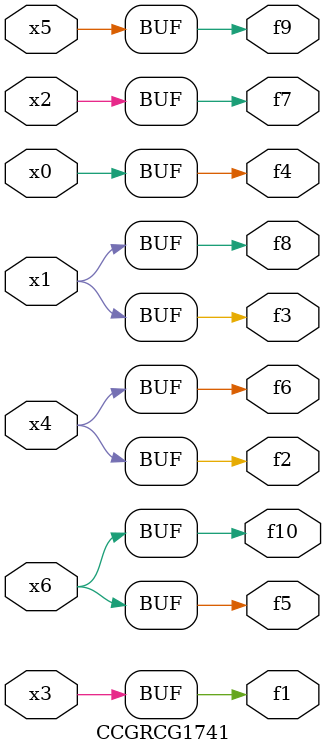
<source format=v>
module CCGRCG1741(
	input x0, x1, x2, x3, x4, x5, x6,
	output f1, f2, f3, f4, f5, f6, f7, f8, f9, f10
);
	assign f1 = x3;
	assign f2 = x4;
	assign f3 = x1;
	assign f4 = x0;
	assign f5 = x6;
	assign f6 = x4;
	assign f7 = x2;
	assign f8 = x1;
	assign f9 = x5;
	assign f10 = x6;
endmodule

</source>
